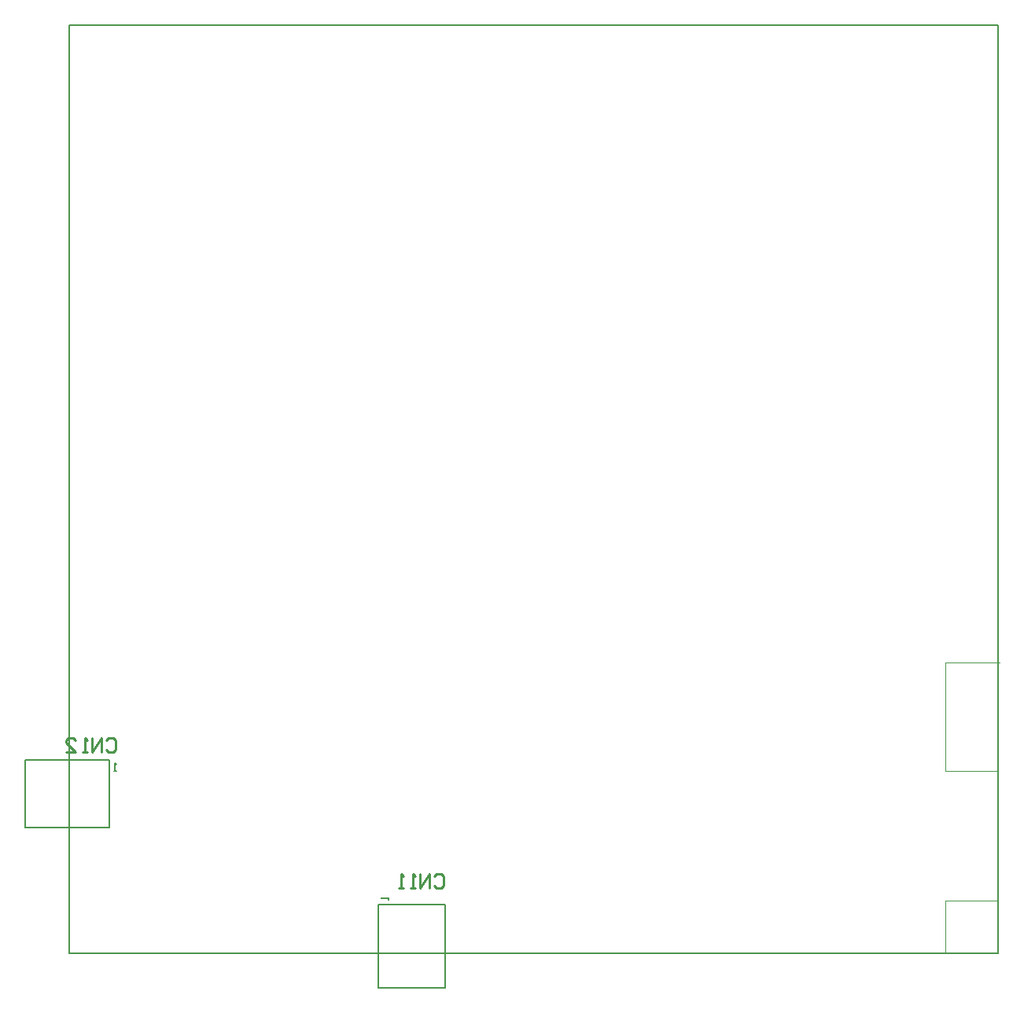
<source format=gbo>
G04*
G04 #@! TF.GenerationSoftware,Altium Limited,CircuitStudio,1.5.2 (30)*
G04*
G04 Layer_Color=13948096*
%FSLAX44Y44*%
%MOMM*%
G71*
G01*
G75*
%ADD37C,0.2000*%
%ADD41C,0.2540*%
%ADD49C,0.1000*%
%ADD50C,0.1500*%
D37*
X208530Y395470D02*
X298700D01*
X208530D02*
Y467860D01*
X298700D01*
Y457700D02*
Y467860D01*
Y395470D02*
Y457700D01*
X660530Y222530D02*
Y312700D01*
X588140Y222530D02*
X660530D01*
X588140D02*
Y312700D01*
X598300D01*
X660530D01*
X306320Y456430D02*
X303654D01*
X304987D01*
Y464427D01*
X306320Y463094D01*
X599570Y320320D02*
Y317654D01*
Y318987D01*
X591573D01*
X592906Y320320D01*
D41*
X295567Y489160D02*
X298106Y491699D01*
X303185D01*
X305724Y489160D01*
Y479003D01*
X303185Y476464D01*
X298106D01*
X295567Y479003D01*
X290489Y476464D02*
Y491699D01*
X280332Y476464D01*
Y491699D01*
X275254Y476464D02*
X270175D01*
X272715D01*
Y491699D01*
X275254Y489160D01*
X252401Y476464D02*
X262558D01*
X252401Y486621D01*
Y489160D01*
X254940Y491699D01*
X260019D01*
X262558Y489160D01*
X648825Y342576D02*
X651365Y345115D01*
X656443D01*
X658982Y342576D01*
Y332419D01*
X656443Y329880D01*
X651365D01*
X648825Y332419D01*
X643747Y329880D02*
Y345115D01*
X633590Y329880D01*
Y345115D01*
X628512Y329880D02*
X623434D01*
X625973D01*
Y345115D01*
X628512Y342576D01*
X615816Y329880D02*
X610738D01*
X613277D01*
Y345115D01*
X615816Y342576D01*
D49*
X1199000Y456000D02*
X1256000D01*
X1199000D02*
Y573000D01*
X1257000D01*
X1199000Y317000D02*
X1256000D01*
X1199000Y260000D02*
Y317000D01*
D50*
X256000Y260000D02*
Y1260000D01*
X1256000Y260000D02*
Y1260000D01*
X256000Y260000D02*
X1256000D01*
X256000Y1260000D02*
X1256000D01*
M02*

</source>
